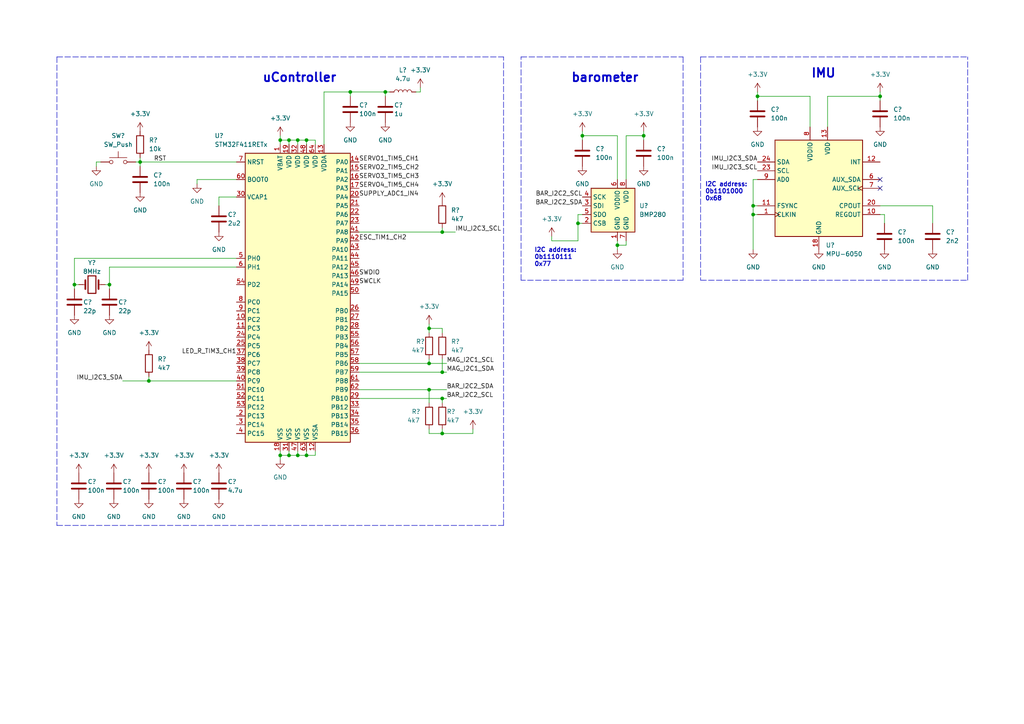
<source format=kicad_sch>
(kicad_sch (version 20211123) (generator eeschema)
  (paper "A4")
  (lib_symbols
    (symbol "Device:C" (pin_numbers hide) (pin_names (offset 0.254))
      (property "Reference" "C" (at 0.635 2.54 0))
      (property "Value" "C" (at 0.635 -2.54 0))
      (symbol "C_0_1"
        (polyline (pts (xy -2.032 -0.762) (xy 2.032 -0.762)) (stroke (width 0.508)))
        (polyline (pts (xy -2.032 0.762) (xy 2.032 0.762)) (stroke (width 0.508)))
      )
      (symbol "C_1_1"
        (pin passive line (at 0 3.81 270) (length 2.794) (name "~") (number "1"))
        (pin passive line (at 0 -3.81 90) (length 2.794) (name "~") (number "2"))
      )
    )
    (symbol "Device:Crystal" (pin_numbers hide) (pin_names (offset 1.016) hide)
      (property "Reference" "Y" (at 0 3.81 0))
      (property "Value" "Crystal" (at 0 -3.81 0))
      (symbol "Crystal_0_1"
        (rectangle (start -1.143 2.54) (end 1.143 -2.54) (stroke (width 0.3048)))
        (polyline (pts (xy -2.54 0) (xy -1.905 0)))
        (polyline (pts (xy -1.905 -1.27) (xy -1.905 1.27)) (stroke (width 0.508)))
        (polyline (pts (xy 1.905 -1.27) (xy 1.905 1.27)) (stroke (width 0.508)))
        (polyline (pts (xy 2.54 0) (xy 1.905 0)))
      )
      (symbol "Crystal_1_1"
        (pin passive line (at -3.81 0 0) (length 1.27) (name "1") (number "1"))
        (pin passive line (at 3.81 0 180) (length 1.27) (name "2") (number "2"))
      )
    )
    (symbol "Device:L" (pin_numbers hide) (pin_names (offset 1.016) hide)
      (property "Reference" "L" (at -1.27 0 90))
      (property "Value" "L" (at 1.905 0 90))
      (symbol "L_0_1"
        (arc (start 0 -2.54) (mid 0.635 -1.905) (end 0 -1.27))
        (arc (start 0 -1.27) (mid 0.635 -0.635) (end 0 0))
        (arc (start 0 0) (mid 0.635 0.635) (end 0 1.27))
        (arc (start 0 1.27) (mid 0.635 1.905) (end 0 2.54))
      )
      (symbol "L_1_1"
        (pin passive line (at 0 3.81 270) (length 1.27) (name "1") (number "1"))
        (pin passive line (at 0 -3.81 90) (length 1.27) (name "2") (number "2"))
      )
    )
    (symbol "Device:R" (pin_numbers hide) (pin_names (offset 0))
      (property "Reference" "R" (at 2.032 0 90))
      (property "Value" "R" (at 0 0 90))
      (symbol "R_0_1"
        (rectangle (start -1.016 -2.54) (end 1.016 2.54) (stroke (width 0.254)))
      )
      (symbol "R_1_1"
        (pin passive line (at 0 3.81 270) (length 1.27) (name "~") (number "1"))
        (pin passive line (at 0 -3.81 90) (length 1.27) (name "~") (number "2"))
      )
    )
    (symbol "MCU_ST_STM32F4:STM32F411RETx"
      (property "Reference" "U" (at -15.24 41.91 0))
      (property "Value" "STM32F411RETx" (at 10.16 41.91 0))
      (symbol "STM32F411RETx_0_1"
        (rectangle (start -15.24 -43.18) (end 15.24 40.64) (stroke (width 0.254)) (fill (type background)))
      )
      (symbol "STM32F411RETx_1_1"
        (pin power_in line (at -5.08 43.18 270) (length 2.54) (name "VBAT") (number "1"))
        (pin bidirectional line (at -17.78 -7.62 0) (length 2.54) (name "PC2") (number "10"))
        (pin bidirectional line (at -17.78 -10.16 0) (length 2.54) (name "PC3") (number "11"))
        (pin power_in line (at 5.08 -45.72 90) (length 2.54) (name "VSSA") (number "12"))
        (pin power_in line (at 7.62 43.18 270) (length 2.54) (name "VDDA") (number "13"))
        (pin bidirectional line (at 17.78 38.1 180) (length 2.54) (name "PA0") (number "14"))
        (pin bidirectional line (at 17.78 35.56 180) (length 2.54) (name "PA1") (number "15"))
        (pin bidirectional line (at 17.78 33.02 180) (length 2.54) (name "PA2") (number "16"))
        (pin bidirectional line (at 17.78 30.48 180) (length 2.54) (name "PA3") (number "17"))
        (pin power_in line (at -5.08 -45.72 90) (length 2.54) (name "VSS") (number "18"))
        (pin power_in line (at -2.54 43.18 270) (length 2.54) (name "VDD") (number "19"))
        (pin bidirectional line (at -17.78 -35.56 0) (length 2.54) (name "PC13") (number "2"))
        (pin bidirectional line (at 17.78 27.94 180) (length 2.54) (name "PA4") (number "20"))
        (pin bidirectional line (at 17.78 25.4 180) (length 2.54) (name "PA5") (number "21"))
        (pin bidirectional line (at 17.78 22.86 180) (length 2.54) (name "PA6") (number "22"))
        (pin bidirectional line (at 17.78 20.32 180) (length 2.54) (name "PA7") (number "23"))
        (pin bidirectional line (at -17.78 -12.7 0) (length 2.54) (name "PC4") (number "24"))
        (pin bidirectional line (at -17.78 -15.24 0) (length 2.54) (name "PC5") (number "25"))
        (pin bidirectional line (at 17.78 -5.08 180) (length 2.54) (name "PB0") (number "26"))
        (pin bidirectional line (at 17.78 -7.62 180) (length 2.54) (name "PB1") (number "27"))
        (pin bidirectional line (at 17.78 -10.16 180) (length 2.54) (name "PB2") (number "28"))
        (pin bidirectional line (at 17.78 -30.48 180) (length 2.54) (name "PB10") (number "29"))
        (pin bidirectional line (at -17.78 -38.1 0) (length 2.54) (name "PC14") (number "3"))
        (pin power_in line (at -17.78 27.94 0) (length 2.54) (name "VCAP1") (number "30"))
        (pin power_in line (at -2.54 -45.72 90) (length 2.54) (name "VSS") (number "31"))
        (pin power_in line (at 0 43.18 270) (length 2.54) (name "VDD") (number "32"))
        (pin bidirectional line (at 17.78 -33.02 180) (length 2.54) (name "PB12") (number "33"))
        (pin bidirectional line (at 17.78 -35.56 180) (length 2.54) (name "PB13") (number "34"))
        (pin bidirectional line (at 17.78 -38.1 180) (length 2.54) (name "PB14") (number "35"))
        (pin bidirectional line (at 17.78 -40.64 180) (length 2.54) (name "PB15") (number "36"))
        (pin bidirectional line (at -17.78 -17.78 0) (length 2.54) (name "PC6") (number "37"))
        (pin bidirectional line (at -17.78 -20.32 0) (length 2.54) (name "PC7") (number "38"))
        (pin bidirectional line (at -17.78 -22.86 0) (length 2.54) (name "PC8") (number "39"))
        (pin bidirectional line (at -17.78 -40.64 0) (length 2.54) (name "PC15") (number "4"))
        (pin bidirectional line (at -17.78 -25.4 0) (length 2.54) (name "PC9") (number "40"))
        (pin bidirectional line (at 17.78 17.78 180) (length 2.54) (name "PA8") (number "41"))
        (pin bidirectional line (at 17.78 15.24 180) (length 2.54) (name "PA9") (number "42"))
        (pin bidirectional line (at 17.78 12.7 180) (length 2.54) (name "PA10") (number "43"))
        (pin bidirectional line (at 17.78 10.16 180) (length 2.54) (name "PA11") (number "44"))
        (pin bidirectional line (at 17.78 7.62 180) (length 2.54) (name "PA12") (number "45"))
        (pin bidirectional line (at 17.78 5.08 180) (length 2.54) (name "PA13") (number "46"))
        (pin power_in line (at 0 -45.72 90) (length 2.54) (name "VSS") (number "47"))
        (pin power_in line (at 2.54 43.18 270) (length 2.54) (name "VDD") (number "48"))
        (pin bidirectional line (at 17.78 2.54 180) (length 2.54) (name "PA14") (number "49"))
        (pin input line (at -17.78 10.16 0) (length 2.54) (name "PH0") (number "5"))
        (pin bidirectional line (at 17.78 0 180) (length 2.54) (name "PA15") (number "50"))
        (pin bidirectional line (at -17.78 -27.94 0) (length 2.54) (name "PC10") (number "51"))
        (pin bidirectional line (at -17.78 -30.48 0) (length 2.54) (name "PC11") (number "52"))
        (pin bidirectional line (at -17.78 -33.02 0) (length 2.54) (name "PC12") (number "53"))
        (pin bidirectional line (at -17.78 2.54 0) (length 2.54) (name "PD2") (number "54"))
        (pin bidirectional line (at 17.78 -12.7 180) (length 2.54) (name "PB3") (number "55"))
        (pin bidirectional line (at 17.78 -15.24 180) (length 2.54) (name "PB4") (number "56"))
        (pin bidirectional line (at 17.78 -17.78 180) (length 2.54) (name "PB5") (number "57"))
        (pin bidirectional line (at 17.78 -20.32 180) (length 2.54) (name "PB6") (number "58"))
        (pin bidirectional line (at 17.78 -22.86 180) (length 2.54) (name "PB7") (number "59"))
        (pin input line (at -17.78 7.62 0) (length 2.54) (name "PH1") (number "6"))
        (pin input line (at -17.78 33.02 0) (length 2.54) (name "BOOT0") (number "60"))
        (pin bidirectional line (at 17.78 -25.4 180) (length 2.54) (name "PB8") (number "61"))
        (pin bidirectional line (at 17.78 -27.94 180) (length 2.54) (name "PB9") (number "62"))
        (pin power_in line (at 2.54 -45.72 90) (length 2.54) (name "VSS") (number "63"))
        (pin power_in line (at 5.08 43.18 270) (length 2.54) (name "VDD") (number "64"))
        (pin input line (at -17.78 38.1 0) (length 2.54) (name "NRST") (number "7"))
        (pin bidirectional line (at -17.78 -2.54 0) (length 2.54) (name "PC0") (number "8"))
        (pin bidirectional line (at -17.78 -5.08 0) (length 2.54) (name "PC1") (number "9"))
      )
    )
    (symbol "Sensor_Motion:MPU-6050"
      (property "Reference" "U" (at -11.43 13.97 0))
      (property "Value" "MPU-6050" (at 7.62 -15.24 0))
      (symbol "MPU-6050_0_0"
        (text "" (at 12.7 -2.54 0) (effects (font (size 1.27 1.27))))
      )
      (symbol "MPU-6050_0_1"
        (rectangle (start -12.7 13.97) (end 12.7 -13.97) (stroke (width 0.254)) (fill (type background)))
      )
      (symbol "MPU-6050_1_1"
        (pin input clock (at -17.78 -7.62 0) (length 5.08) (name "CLKIN") (number "1"))
        (pin passive line (at 17.78 -7.62 180) (length 5.08) (name "REGOUT") (number "10"))
        (pin input line (at -17.78 -5.08 0) (length 5.08) (name "FSYNC") (number "11"))
        (pin output line (at 17.78 7.62 180) (length 5.08) (name "INT") (number "12"))
        (pin power_in line (at 2.54 17.78 270) (length 3.81) (name "VDD") (number "13"))
        (pin no_connect line (at -12.7 -10.16 0) (length 2.54) hide (name "NC") (number "14"))
        (pin no_connect line (at 12.7 12.7 180) (length 2.54) hide (name "NC") (number "15"))
        (pin no_connect line (at 12.7 10.16 180) (length 2.54) hide (name "NC") (number "16"))
        (pin no_connect line (at 12.7 5.08 180) (length 2.54) hide (name "NC") (number "17"))
        (pin power_in line (at 0 -17.78 90) (length 3.81) (name "GND") (number "18"))
        (pin no_connect line (at 12.7 -10.16 180) (length 2.54) hide (name "NC") (number "19"))
        (pin no_connect line (at -12.7 12.7 0) (length 2.54) hide (name "NC") (number "2"))
        (pin passive line (at 17.78 -5.08 180) (length 5.08) (name "CPOUT") (number "20"))
        (pin no_connect line (at 12.7 -2.54 180) (length 2.54) hide (name "NC") (number "21"))
        (pin no_connect line (at 12.7 -12.7 180) (length 2.54) hide (name "NC") (number "22"))
        (pin input line (at -17.78 5.08 0) (length 5.08) (name "SCL") (number "23"))
        (pin bidirectional line (at -17.78 7.62 0) (length 5.08) (name "SDA") (number "24"))
        (pin no_connect line (at -12.7 10.16 0) (length 2.54) hide (name "NC") (number "3"))
        (pin no_connect line (at -12.7 0 0) (length 2.54) hide (name "NC") (number "4"))
        (pin no_connect line (at -12.7 -2.54 0) (length 2.54) hide (name "NC") (number "5"))
        (pin bidirectional line (at 17.78 2.54 180) (length 5.08) (name "AUX_SDA") (number "6"))
        (pin output clock (at 17.78 0 180) (length 5.08) (name "AUX_SCL") (number "7"))
        (pin power_in line (at -2.54 17.78 270) (length 3.81) (name "VDDIO") (number "8"))
        (pin input line (at -17.78 2.54 0) (length 5.08) (name "AD0") (number "9"))
      )
    )
    (symbol "Sensor_Pressure:BMP280"
      (property "Reference" "U" (at -7.62 10.16 0))
      (property "Value" "BMP280" (at 5.08 10.16 0))
      (symbol "BMP280_0_1"
        (rectangle (start -7.62 -5.08) (end 5.08 7.62) (stroke (width 0.254)) (fill (type background)))
      )
      (symbol "BMP280_1_1"
        (pin power_in line (at 0 -7.62 90) (length 2.54) (name "GND") (number "1"))
        (pin input line (at -10.16 -2.54 0) (length 2.54) (name "CSB") (number "2"))
        (pin bidirectional line (at -10.16 2.54 0) (length 2.54) (name "SDI") (number "3"))
        (pin input line (at -10.16 5.08 0) (length 2.54) (name "SCK") (number "4"))
        (pin bidirectional line (at -10.16 0 0) (length 2.54) (name "SDO") (number "5"))
        (pin power_in line (at 0 10.16 270) (length 2.54) (name "VDDIO") (number "6"))
        (pin power_in line (at 2.54 -7.62 90) (length 2.54) (name "GND") (number "7"))
        (pin power_in line (at 2.54 10.16 270) (length 2.54) (name "VDD") (number "8"))
      )
    )
    (symbol "Switch:SW_Push" (pin_numbers hide) (pin_names (offset 1.016) hide)
      (property "Reference" "SW" (at 1.27 2.54 0))
      (property "Value" "SW_Push" (at 0 -1.524 0))
      (symbol "SW_Push_0_1"
        (circle (center -2.032 0) (radius 0.508))
        (polyline (pts (xy 0 1.27) (xy 0 3.048)))
        (polyline (pts (xy 2.54 1.27) (xy -2.54 1.27)))
        (circle (center 2.032 0) (radius 0.508))
        (pin passive line (at -5.08 0 0) (length 2.54) (name "1") (number "1"))
        (pin passive line (at 5.08 0 180) (length 2.54) (name "2") (number "2"))
      )
    )
    (symbol "power:+3.3V" (power) (pin_names (offset 0))
      (property "Value" "+3.3V" (at 0 3.556 0))
      (symbol "+3.3V_0_1"
        (polyline (pts (xy -0.762 1.27) (xy 0 2.54)))
        (polyline (pts (xy 0 0) (xy 0 2.54)))
        (polyline (pts (xy 0 2.54) (xy 0.762 1.27)))
      )
      (symbol "+3.3V_1_1"
        (pin power_in line (at 0 0 90) (length 0) hide (name "+3.3V") (number "1"))
      )
    )
    (symbol "power:GND" (power) (pin_names (offset 0))
      (property "Value" "GND" (at 0 -3.81 0))
      (symbol "GND_0_1"
        (polyline (pts (xy 0 0) (xy 0 -1.27) (xy 1.27 -1.27) (xy 0 -2.54) (xy -1.27 -1.27) (xy 0 -1.27)))
      )
      (symbol "GND_1_1"
        (pin power_in line (at 0 0 270) (length 0) hide (name "GND") (number "1"))
      )
    )
  )
  (junction (at 218.44 62.23))
  (junction (at 168.91 39.37))
  (junction (at 81.28 40.64))
  (junction (at 88.9 40.64))
  (junction (at 219.71 27.94))
  (junction (at 255.27 27.94))
  (junction (at 88.9 132.08))
  (junction (at 167.64 64.77))
  (junction (at 111.76 26.67))
  (junction (at 86.36 132.08))
  (junction (at 43.18 110.49))
  (junction (at 124.46 95.25))
  (junction (at 179.07 71.12))
  (junction (at 83.82 132.08))
  (junction (at 101.6 26.67))
  (junction (at 128.27 125.73))
  (junction (at 31.75 82.55))
  (junction (at 128.27 107.95))
  (junction (at 83.82 40.64))
  (junction (at 124.46 105.41))
  (junction (at 86.36 40.64))
  (junction (at 128.27 67.31))
  (junction (at 40.64 46.99))
  (junction (at 124.46 113.03))
  (junction (at 128.27 115.57))
  (junction (at 21.59 82.55))
  (junction (at 218.44 59.69))
  (junction (at 81.28 132.08))
  (junction (at 186.69 39.37))
  (no_connect (at 255.27 52.07))
  (no_connect (at 255.27 54.61))
  (wire (pts (xy 179.07 39.37) (xy 168.91 39.37)))
  (wire (pts (xy 256.54 64.77) (xy 256.54 62.23)))
  (wire (pts (xy 81.28 130.81) (xy 81.28 132.08)))
  (wire (pts (xy 128.27 67.31) (xy 104.14 67.31)))
  (wire (pts (xy 219.71 27.94) (xy 219.71 29.21)))
  (wire (pts (xy 91.44 40.64) (xy 91.44 41.91)))
  (wire (pts (xy 240.03 27.94) (xy 240.03 36.83)))
  (wire (pts (xy 68.58 52.07) (xy 57.15 52.07)))
  (wire (pts (xy 120.65 26.67) (xy 121.92 26.67)))
  (wire (pts (xy 179.07 71.12) (xy 179.07 72.39)))
  (wire (pts (xy 88.9 40.64) (xy 88.9 41.91)))
  (polyline (pts (xy 146.05 152.4) (xy 146.05 16.51)))
  (wire (pts (xy 81.28 132.08) (xy 83.82 132.08)))
  (wire (pts (xy 168.91 62.23) (xy 167.64 62.23)))
  (wire (pts (xy 43.18 110.49) (xy 68.58 110.49)))
  (wire (pts (xy 255.27 26.67) (xy 255.27 27.94)))
  (wire (pts (xy 124.46 124.46) (xy 124.46 125.73)))
  (polyline (pts (xy 203.2 16.51) (xy 203.2 81.28)))
  (polyline (pts (xy 203.2 16.51) (xy 280.67 16.51)))
  (wire (pts (xy 179.07 69.85) (xy 179.07 71.12)))
  (wire (pts (xy 68.58 74.93) (xy 21.59 74.93)))
  (wire (pts (xy 160.02 69.85) (xy 160.02 68.58)))
  (wire (pts (xy 63.5 57.15) (xy 63.5 59.69)))
  (wire (pts (xy 86.36 132.08) (xy 86.36 130.81)))
  (wire (pts (xy 240.03 27.94) (xy 255.27 27.94)))
  (wire (pts (xy 93.98 26.67) (xy 101.6 26.67)))
  (wire (pts (xy 31.75 82.55) (xy 30.48 82.55)))
  (wire (pts (xy 181.61 52.07) (xy 181.61 39.37)))
  (wire (pts (xy 124.46 113.03) (xy 124.46 116.84)))
  (wire (pts (xy 21.59 74.93) (xy 21.59 82.55)))
  (polyline (pts (xy 203.2 81.28) (xy 280.67 81.28)))
  (wire (pts (xy 181.61 71.12) (xy 181.61 69.85)))
  (wire (pts (xy 43.18 109.22) (xy 43.18 110.49)))
  (wire (pts (xy 93.98 41.91) (xy 93.98 26.67)))
  (wire (pts (xy 81.28 132.08) (xy 81.28 133.35)))
  (wire (pts (xy 81.28 39.37) (xy 81.28 40.64)))
  (wire (pts (xy 68.58 57.15) (xy 63.5 57.15)))
  (wire (pts (xy 91.44 132.08) (xy 91.44 130.81)))
  (wire (pts (xy 179.07 71.12) (xy 181.61 71.12)))
  (wire (pts (xy 167.64 69.85) (xy 160.02 69.85)))
  (wire (pts (xy 218.44 52.07) (xy 219.71 52.07)))
  (wire (pts (xy 68.58 77.47) (xy 31.75 77.47)))
  (wire (pts (xy 137.16 125.73) (xy 137.16 124.46)))
  (wire (pts (xy 218.44 62.23) (xy 218.44 59.69)))
  (wire (pts (xy 186.69 39.37) (xy 186.69 40.64)))
  (wire (pts (xy 83.82 130.81) (xy 83.82 132.08)))
  (wire (pts (xy 81.28 40.64) (xy 83.82 40.64)))
  (wire (pts (xy 168.91 39.37) (xy 168.91 40.64)))
  (polyline (pts (xy 16.51 16.51) (xy 16.51 152.4)))
  (polyline (pts (xy 198.12 81.28) (xy 151.13 81.28)))
  (wire (pts (xy 167.64 64.77) (xy 168.91 64.77)))
  (wire (pts (xy 129.54 113.03) (xy 124.46 113.03)))
  (polyline (pts (xy 280.67 81.28) (xy 280.67 16.51)))
  (wire (pts (xy 128.27 115.57) (xy 104.14 115.57)))
  (wire (pts (xy 86.36 40.64) (xy 86.36 41.91)))
  (wire (pts (xy 128.27 95.25) (xy 128.27 96.52)))
  (wire (pts (xy 101.6 26.67) (xy 101.6 27.94)))
  (wire (pts (xy 81.28 41.91) (xy 81.28 40.64)))
  (wire (pts (xy 83.82 40.64) (xy 86.36 40.64)))
  (wire (pts (xy 124.46 113.03) (xy 104.14 113.03)))
  (wire (pts (xy 124.46 104.14) (xy 124.46 105.41)))
  (wire (pts (xy 270.51 59.69) (xy 270.51 64.77)))
  (wire (pts (xy 129.54 107.95) (xy 128.27 107.95)))
  (wire (pts (xy 83.82 40.64) (xy 83.82 41.91)))
  (wire (pts (xy 27.94 46.99) (xy 27.94 48.26)))
  (wire (pts (xy 57.15 52.07) (xy 57.15 53.34)))
  (wire (pts (xy 40.64 46.99) (xy 40.64 48.26)))
  (wire (pts (xy 111.76 26.67) (xy 113.03 26.67)))
  (wire (pts (xy 255.27 59.69) (xy 270.51 59.69)))
  (wire (pts (xy 132.08 67.31) (xy 128.27 67.31)))
  (polyline (pts (xy 16.51 16.51) (xy 146.05 16.51)))
  (wire (pts (xy 121.92 26.67) (xy 121.92 25.4)))
  (polyline (pts (xy 16.51 152.4) (xy 146.05 152.4)))
  (wire (pts (xy 179.07 52.07) (xy 179.07 39.37)))
  (wire (pts (xy 31.75 82.55) (xy 31.75 83.82)))
  (wire (pts (xy 21.59 82.55) (xy 21.59 83.82)))
  (wire (pts (xy 86.36 132.08) (xy 88.9 132.08)))
  (wire (pts (xy 111.76 26.67) (xy 111.76 27.94)))
  (wire (pts (xy 168.91 38.1) (xy 168.91 39.37)))
  (wire (pts (xy 35.56 110.49) (xy 43.18 110.49)))
  (wire (pts (xy 101.6 26.67) (xy 111.76 26.67)))
  (wire (pts (xy 128.27 125.73) (xy 137.16 125.73)))
  (wire (pts (xy 218.44 62.23) (xy 219.71 62.23)))
  (wire (pts (xy 83.82 132.08) (xy 86.36 132.08)))
  (wire (pts (xy 128.27 66.04) (xy 128.27 67.31)))
  (wire (pts (xy 219.71 26.67) (xy 219.71 27.94)))
  (wire (pts (xy 129.54 115.57) (xy 128.27 115.57)))
  (wire (pts (xy 124.46 93.98) (xy 124.46 95.25)))
  (wire (pts (xy 186.69 38.1) (xy 186.69 39.37)))
  (wire (pts (xy 40.64 46.99) (xy 40.64 45.72)))
  (wire (pts (xy 128.27 125.73) (xy 128.27 124.46)))
  (wire (pts (xy 88.9 40.64) (xy 91.44 40.64)))
  (wire (pts (xy 21.59 82.55) (xy 22.86 82.55)))
  (wire (pts (xy 129.54 105.41) (xy 124.46 105.41)))
  (wire (pts (xy 124.46 125.73) (xy 128.27 125.73)))
  (wire (pts (xy 181.61 39.37) (xy 186.69 39.37)))
  (wire (pts (xy 218.44 59.69) (xy 218.44 52.07)))
  (wire (pts (xy 128.27 107.95) (xy 104.14 107.95)))
  (wire (pts (xy 124.46 105.41) (xy 104.14 105.41)))
  (wire (pts (xy 255.27 27.94) (xy 255.27 29.21)))
  (polyline (pts (xy 151.13 16.51) (xy 198.12 16.51)))
  (polyline (pts (xy 198.12 16.51) (xy 198.12 81.28)))
  (wire (pts (xy 234.95 36.83) (xy 234.95 27.94)))
  (wire (pts (xy 167.64 62.23) (xy 167.64 64.77)))
  (wire (pts (xy 31.75 77.47) (xy 31.75 82.55)))
  (wire (pts (xy 68.58 46.99) (xy 40.64 46.99)))
  (wire (pts (xy 124.46 95.25) (xy 128.27 95.25)))
  (wire (pts (xy 234.95 27.94) (xy 219.71 27.94)))
  (wire (pts (xy 256.54 62.23) (xy 255.27 62.23)))
  (polyline (pts (xy 151.13 81.28) (xy 151.13 16.51)))
  (wire (pts (xy 128.27 115.57) (xy 128.27 116.84)))
  (wire (pts (xy 29.21 46.99) (xy 27.94 46.99)))
  (wire (pts (xy 88.9 132.08) (xy 88.9 130.81)))
  (wire (pts (xy 218.44 72.39) (xy 218.44 62.23)))
  (wire (pts (xy 88.9 132.08) (xy 91.44 132.08)))
  (wire (pts (xy 86.36 40.64) (xy 88.9 40.64)))
  (wire (pts (xy 218.44 59.69) (xy 219.71 59.69)))
  (wire (pts (xy 124.46 95.25) (xy 124.46 96.52)))
  (wire (pts (xy 167.64 64.77) (xy 167.64 69.85)))
  (wire (pts (xy 128.27 104.14) (xy 128.27 107.95)))
  (wire (pts (xy 39.37 46.99) (xy 40.64 46.99)))
  (text "uController" (at 97.79 24.13 180) (effects (font (size 2.54 2.54) (thickness 0.508) bold) (justify right bottom)))
  (text "barometer" (at 185.42 24.13 180) (effects (font (size 2.54 2.54) (thickness 0.508) bold) (justify right bottom)))
  (text "I2C address:\n0b1110111\n0x77" (at 154.94 77.47 0) (effects (font (size 1.27 1.27) (thickness 0.254) bold) (justify left bottom)))
  (text "IMU" (at 242.57 22.86 180) (effects (font (size 2.54 2.54) (thickness 0.508) bold) (justify right bottom)))
  (text "I2C address:\n0b1101000\n0x68" (at 204.47 58.42 0) (effects (font (size 1.27 1.27) (thickness 0.254) bold) (justify left bottom)))
  (label "IMU_I2C3_SDA" (at 35.56 110.49 180))
  (label "BAR_I2C2_SCL" (at 168.91 57.15 180))
  (label "SERVO3_TIM5_CH3" (at 104.14 52.07 0))
  (label "BAR_I2C2_SCL" (at 129.54 115.57 0))
  (label "LED_R_TIM3_CH1" (at 68.58 102.87 180))
  (label "BAR_I2C2_SDA" (at 168.91 59.69 180))
  (label "ESC_TIM1_CH2" (at 104.14 69.85 0))
  (label "SERVO1_TIM5_CH1" (at 104.14 46.99 0))
  (label "MAG_I2C1_SCL" (at 129.54 105.41 0))
  (label "BAR_I2C2_SDA" (at 129.54 113.03 0))
  (label "MAG_I2C1_SDA" (at 129.54 107.95 0))
  (label "IMU_I2C3_SCL" (at 132.08 67.31 0))
  (label "IMU_I2C3_SDA" (at 219.71 46.99 180))
  (label "SWDIO" (at 104.14 80.01 0))
  (label "RST" (at 48.26 46.99 180))
  (label "SWCLK" (at 104.14 82.55 0))
  (label "SUPPLY_ADC1_IN4" (at 104.14 57.15 0))
  (label "IMU_I2C3_SCL" (at 219.71 49.53 180))
  (label "SERVO2_TIM5_CH2" (at 104.14 49.53 0))
  (label "SERVO4_TIM5_CH4" (at 104.14 54.61 0))
  (symbol (lib_id "Device:C") (at 168.91 44.45 0) (unit 1)
    (property "Reference" "C?" (at 172.72 43.18 0) (effects (justify left)))
    (property "Value" "100n" (at 172.72 45.72 0) (effects (justify left)))
  )
  (symbol (lib_id "Device:C") (at 31.75 87.63 0) (unit 1)
    (property "Reference" "C?" (at 34.29 87.63 0) (effects (justify left)))
    (property "Value" "22p" (at 34.29 90.17 0) (effects (justify left)))
  )
  (symbol (lib_id "power:GND") (at 186.69 48.26 0) (unit 1)
    (property "Reference" "#PWR?" (effects hide))
    (property "Value" "GND" (at 186.69 53.34 0))
  )
  (symbol (lib_id "Device:C") (at 256.54 68.58 0) (unit 1)
    (property "Reference" "C?" (at 260.35 67.3099 0) (effects (justify left)))
    (property "Value" "100n" (at 260.35 69.8499 0) (effects (justify left)))
  )
  (symbol (lib_id "power:GND") (at 218.44 72.39 0) (unit 1)
    (property "Reference" "#PWR?" (effects hide))
    (property "Value" "GND" (at 218.44 77.47 0))
  )
  (symbol (lib_id "power:+3.3V") (at 128.27 58.42 0) (unit 1)
    (property "Reference" "#PWR?" (effects hide))
    (property "Value" "+3.3V" (at 128.27 53.34 0))
  )
  (symbol (lib_id "Device:C") (at 111.76 31.75 0) (unit 1)
    (property "Reference" "C?" (at 114.3 30.48 0) (effects (justify left)))
    (property "Value" "1u" (at 114.3 33.02 0) (effects (justify left)))
  )
  (symbol (lib_id "power:GND") (at 40.64 55.88 0) (unit 1)
    (property "Reference" "#PWR?" (effects hide))
    (property "Value" "GND" (at 40.64 60.96 0))
  )
  (symbol (lib_id "power:GND") (at 22.86 144.78 0) (unit 1)
    (property "Reference" "#PWR?" (effects hide))
    (property "Value" "GND" (at 22.86 149.86 0))
  )
  (symbol (lib_id "power:GND") (at 81.28 133.35 0) (unit 1)
    (property "Reference" "#PWR?" (effects hide))
    (property "Value" "GND" (at 81.28 138.43 0))
  )
  (symbol (lib_id "power:GND") (at 237.49 72.39 0) (unit 1)
    (property "Reference" "#PWR?" (effects hide))
    (property "Value" "GND" (at 237.49 77.47 0))
  )
  (symbol (lib_id "power:+3.3V") (at 40.64 38.1 0) (unit 1)
    (property "Reference" "#PWR?" (effects hide))
    (property "Value" "+3.3V" (at 40.64 33.02 0))
  )
  (symbol (lib_id "Device:L") (at 116.84 26.67 90) (unit 1)
    (property "Reference" "L?" (at 116.84 20.32 90))
    (property "Value" "4.7u" (at 116.84 22.86 90))
  )
  (symbol (lib_id "power:GND") (at 168.91 48.26 0) (unit 1)
    (property "Reference" "#PWR?" (effects hide))
    (property "Value" "GND" (at 168.91 53.34 0))
  )
  (symbol (lib_id "Device:C") (at 22.86 140.97 0) (unit 1)
    (property "Reference" "C?" (at 25.4 139.7 0) (effects (justify left)))
    (property "Value" "100n" (at 25.4 142.24 0) (effects (justify left)))
  )
  (symbol (lib_id "power:GND") (at 31.75 91.44 0) (unit 1)
    (property "Reference" "#PWR?" (effects hide))
    (property "Value" "GND" (at 31.75 96.52 0))
  )
  (symbol (lib_id "Device:C") (at 270.51 68.58 0) (unit 1)
    (property "Reference" "C?" (at 274.32 67.3099 0) (effects (justify left)))
    (property "Value" "2n2" (at 274.32 69.8499 0) (effects (justify left)))
  )
  (symbol (lib_id "power:+3.3V") (at 219.71 26.67 0) (unit 1)
    (property "Reference" "#PWR?" (effects hide))
    (property "Value" "+3.3V" (at 219.71 21.59 0))
  )
  (symbol (lib_id "Device:R") (at 124.46 100.33 0) (unit 1)
    (property "Reference" "R?" (at 120.65 99.06 0) (effects (justify left)))
    (property "Value" "4k7" (at 119.38 101.6 0) (effects (justify left)))
  )
  (symbol (lib_id "Device:C") (at 63.5 63.5 0) (unit 1)
    (property "Reference" "C?" (at 66.04 62.23 0) (effects (justify left)))
    (property "Value" "2u2" (at 66.04 64.77 0) (effects (justify left)))
  )
  (symbol (lib_id "power:GND") (at 179.07 72.39 0) (unit 1)
    (property "Reference" "#PWR?" (effects hide))
    (property "Value" "GND" (at 179.07 77.47 0))
  )
  (symbol (lib_id "Device:C") (at 43.18 140.97 0) (unit 1)
    (property "Reference" "C?" (at 45.72 139.7 0) (effects (justify left)))
    (property "Value" "100n" (at 45.72 142.24 0) (effects (justify left)))
  )
  (symbol (lib_id "power:GND") (at 63.5 144.78 0) (unit 1)
    (property "Reference" "#PWR?" (effects hide))
    (property "Value" "GND" (at 63.5 149.86 0))
  )
  (symbol (lib_id "Device:Crystal") (at 26.67 82.55 0) (unit 1)
    (property "Reference" "Y?" (at 26.67 76.2 0))
    (property "Value" "8MHz" (at 26.67 78.74 0))
  )
  (symbol (lib_id "power:GND") (at 63.5 67.31 0) (unit 1)
    (property "Reference" "#PWR?" (effects hide))
    (property "Value" "GND" (at 63.5 72.39 0))
  )
  (symbol (lib_id "MCU_ST_STM32F4:STM32F411RETx") (at 86.36 85.09 0) (unit 1)
    (property "Reference" "U?" (at 62.23 39.37 0) (effects (justify left)))
    (property "Value" "STM32F411RETx" (at 62.23 41.91 0) (effects (justify left)))
    (property "Footprint" "Package_QFP:LQFP-64_10x10mm_P0.5mm" (effects hide))
    (property "Datasheet" "http://www.st.com/st-web-ui/static/active/en/resource/technical/document/datasheet/DM00115249.pdf" (effects hide))
  )
  (symbol (lib_id "power:GND") (at 219.71 36.83 0) (unit 1)
    (property "Reference" "#PWR?" (effects hide))
    (property "Value" "GND" (at 219.71 41.91 0))
  )
  (symbol (lib_id "Device:C") (at 63.5 140.97 0) (unit 1)
    (property "Reference" "C?" (at 66.04 139.7 0) (effects (justify left)))
    (property "Value" "4.7u" (at 66.04 142.24 0) (effects (justify left)))
  )
  (symbol (lib_id "Device:C") (at 53.34 140.97 0) (unit 1)
    (property "Reference" "C?" (at 55.88 139.7 0) (effects (justify left)))
    (property "Value" "100n" (at 55.88 142.24 0) (effects (justify left)))
  )
  (symbol (lib_id "Device:C") (at 33.02 140.97 0) (unit 1)
    (property "Reference" "C?" (at 35.56 139.7 0) (effects (justify left)))
    (property "Value" "100n" (at 35.56 142.24 0) (effects (justify left)))
  )
  (symbol (lib_id "Device:C") (at 255.27 33.02 0) (unit 1)
    (property "Reference" "C?" (at 259.08 31.7499 0) (effects (justify left)))
    (property "Value" "100n" (at 259.08 34.2899 0) (effects (justify left)))
  )
  (symbol (lib_id "Sensor_Pressure:BMP280") (at 179.07 62.23 0) (unit 1)
    (property "Reference" "U?" (at 185.42 59.6899 0) (effects (justify left)))
    (property "Value" "BMP280" (at 185.42 62.2299 0) (effects (justify left)))
    (property "Footprint" "Package_LGA:Bosch_LGA-8_2x2.5mm_P0.65mm_ClockwisePinNumbering" (effects hide))
    (property "Datasheet" "https://ae-bst.resource.bosch.com/media/_tech/media/datasheets/BST-BMP280-DS001.pdf" (effects hide))
  )
  (symbol (lib_id "power:GND") (at 255.27 36.83 0) (unit 1)
    (property "Reference" "#PWR?" (effects hide))
    (property "Value" "GND" (at 255.27 41.91 0))
  )
  (symbol (lib_id "Switch:SW_Push") (at 34.29 46.99 0) (unit 1)
    (property "Reference" "SW?" (at 34.29 39.37 0))
    (property "Value" "SW_Push" (at 34.29 41.91 0))
  )
  (symbol (lib_id "Device:C") (at 186.69 44.45 0) (unit 1)
    (property "Reference" "C?" (at 190.5 43.18 0) (effects (justify left)))
    (property "Value" "100n" (at 190.5 45.72 0) (effects (justify left)))
  )
  (symbol (lib_id "power:+3.3V") (at 53.34 137.16 0) (unit 1)
    (property "Reference" "#PWR?" (effects hide))
    (property "Value" "+3.3V" (at 53.34 132.08 0))
  )
  (symbol (lib_id "power:GND") (at 111.76 35.56 0) (unit 1)
    (property "Reference" "#PWR?" (effects hide))
    (property "Value" "GND" (at 111.76 40.64 0))
  )
  (symbol (lib_id "Device:C") (at 219.71 33.02 0) (unit 1)
    (property "Reference" "C?" (at 223.52 31.75 0) (effects (justify left)))
    (property "Value" "100n" (at 223.52 34.29 0) (effects (justify left)))
  )
  (symbol (lib_id "Sensor_Motion:MPU-6050") (at 237.49 54.61 0) (unit 1)
    (property "Reference" "U?" (at 239.5094 71.12 0) (effects (justify left)))
    (property "Value" "MPU-6050" (at 239.5094 73.66 0) (effects (justify left)))
    (property "Footprint" "Sensor_Motion:InvenSense_QFN-24_4x4mm_P0.5mm" (effects hide))
    (property "Datasheet" "https://store.invensense.com/datasheets/invensense/MPU-6050_DataSheet_V3%204.pdf" (effects hide))
  )
  (symbol (lib_id "Device:R") (at 43.18 105.41 0) (unit 1)
    (property "Reference" "R?" (at 45.72 104.1399 0) (effects (justify left)))
    (property "Value" "4k7" (at 45.72 106.6799 0) (effects (justify left)))
  )
  (symbol (lib_id "Device:R") (at 128.27 120.65 0) (unit 1)
    (property "Reference" "R?" (at 129.54 119.38 0) (effects (justify left)))
    (property "Value" "4k7" (at 129.54 121.92 0) (effects (justify left)))
  )
  (symbol (lib_id "Device:R") (at 128.27 100.33 0) (unit 1)
    (property "Reference" "R?" (at 130.81 99.0599 0) (effects (justify left)))
    (property "Value" "4k7" (at 130.81 101.5999 0) (effects (justify left)))
  )
  (symbol (lib_id "power:GND") (at 256.54 72.39 0) (unit 1)
    (property "Reference" "#PWR?" (effects hide))
    (property "Value" "GND" (at 256.54 77.47 0))
  )
  (symbol (lib_id "power:+3.3V") (at 63.5 137.16 0) (unit 1)
    (property "Reference" "#PWR?" (effects hide))
    (property "Value" "+3.3V" (at 63.5 132.08 0))
  )
  (symbol (lib_id "power:GND") (at 27.94 48.26 0) (unit 1)
    (property "Reference" "#PWR?" (effects hide))
    (property "Value" "GND" (at 27.94 53.34 0))
  )
  (symbol (lib_id "Device:R") (at 128.27 62.23 0) (unit 1)
    (property "Reference" "R?" (at 130.81 60.9599 0) (effects (justify left)))
    (property "Value" "4k7" (at 130.81 63.4999 0) (effects (justify left)))
  )
  (symbol (lib_id "power:GND") (at 21.59 91.44 0) (unit 1)
    (property "Reference" "#PWR?" (effects hide))
    (property "Value" "GND" (at 21.59 96.52 0))
  )
  (symbol (lib_id "Device:R") (at 40.64 41.91 0) (unit 1)
    (property "Reference" "R?" (at 43.18 40.6399 0) (effects (justify left)))
    (property "Value" "10k" (at 43.18 43.1799 0) (effects (justify left)))
  )
  (symbol (lib_id "power:+3.3V") (at 33.02 137.16 0) (unit 1)
    (property "Reference" "#PWR?" (effects hide))
    (property "Value" "+3.3V" (at 33.02 132.08 0))
  )
  (symbol (lib_id "power:GND") (at 101.6 35.56 0) (unit 1)
    (property "Reference" "#PWR?" (effects hide))
    (property "Value" "GND" (at 101.6 40.64 0))
  )
  (symbol (lib_id "power:+3.3V") (at 137.16 124.46 0) (unit 1)
    (property "Reference" "#PWR?" (effects hide))
    (property "Value" "+3.3V" (at 137.16 119.38 0))
  )
  (symbol (lib_id "Device:R") (at 124.46 120.65 0) (unit 1)
    (property "Reference" "R?" (at 119.38 119.38 0) (effects (justify left)))
    (property "Value" "4k7" (at 118.11 121.92 0) (effects (justify left)))
  )
  (symbol (lib_id "power:+3.3V") (at 43.18 137.16 0) (unit 1)
    (property "Reference" "#PWR?" (effects hide))
    (property "Value" "+3.3V" (at 43.18 132.08 0))
  )
  (symbol (lib_id "power:GND") (at 270.51 72.39 0) (unit 1)
    (property "Reference" "#PWR?" (effects hide))
    (property "Value" "GND" (at 270.51 77.47 0))
  )
  (symbol (lib_id "Device:C") (at 40.64 52.07 0) (unit 1)
    (property "Reference" "C?" (at 44.45 50.7999 0) (effects (justify left)))
    (property "Value" "100n" (at 44.45 53.3399 0) (effects (justify left)))
  )
  (symbol (lib_id "power:+3.3V") (at 81.28 39.37 0) (unit 1)
    (property "Reference" "#PWR?" (effects hide))
    (property "Value" "+3.3V" (at 81.28 34.29 0))
  )
  (symbol (lib_id "power:+3.3V") (at 43.18 101.6 0) (unit 1)
    (property "Reference" "#PWR?" (effects hide))
    (property "Value" "+3.3V" (at 43.18 96.52 0))
  )
  (symbol (lib_id "power:+3.3V") (at 121.92 25.4 0) (unit 1)
    (property "Reference" "#PWR?" (effects hide))
    (property "Value" "+3.3V" (at 121.92 20.32 0))
  )
  (symbol (lib_id "power:+3.3V") (at 124.46 93.98 0) (unit 1)
    (property "Reference" "#PWR?" (effects hide))
    (property "Value" "+3.3V" (at 124.46 88.9 0))
  )
  (symbol (lib_id "power:GND") (at 43.18 144.78 0) (unit 1)
    (property "Reference" "#PWR?" (effects hide))
    (property "Value" "GND" (at 43.18 149.86 0))
  )
  (symbol (lib_id "power:GND") (at 57.15 53.34 0) (unit 1)
    (property "Reference" "#PWR?" (effects hide))
    (property "Value" "GND" (at 57.15 58.42 0))
  )
  (symbol (lib_id "power:+3.3V") (at 168.91 38.1 0) (unit 1)
    (property "Reference" "#PWR?" (effects hide))
    (property "Value" "+3.3V" (at 168.91 33.02 0))
  )
  (symbol (lib_id "power:GND") (at 53.34 144.78 0) (unit 1)
    (property "Reference" "#PWR?" (effects hide))
    (property "Value" "GND" (at 53.34 149.86 0))
  )
  (symbol (lib_id "Device:C") (at 21.59 87.63 0) (unit 1)
    (property "Reference" "C?" (at 24.13 87.63 0) (effects (justify left)))
    (property "Value" "22p" (at 24.13 90.17 0) (effects (justify left)))
  )
  (symbol (lib_id "power:+3.3V") (at 186.69 38.1 0) (unit 1)
    (property "Reference" "#PWR?" (effects hide))
    (property "Value" "+3.3V" (at 186.69 33.02 0))
  )
  (symbol (lib_id "power:+3.3V") (at 160.02 68.58 0) (unit 1)
    (property "Reference" "#PWR?" (effects hide))
    (property "Value" "+3.3V" (at 160.02 63.5 0))
  )
  (symbol (lib_id "power:GND") (at 33.02 144.78 0) (unit 1)
    (property "Reference" "#PWR?" (effects hide))
    (property "Value" "GND" (at 33.02 149.86 0))
  )
  (symbol (lib_id "Device:C") (at 101.6 31.75 0) (unit 1)
    (property "Reference" "C?" (at 104.14 30.48 0) (effects (justify left)))
    (property "Value" "100n" (at 104.14 33.02 0) (effects (justify left)))
  )
  (symbol (lib_id "power:+3.3V") (at 255.27 26.67 0) (unit 1)
    (property "Reference" "#PWR?" (effects hide))
    (property "Value" "+3.3V" (at 255.27 21.59 0))
  )
  (symbol (lib_id "power:+3.3V") (at 22.86 137.16 0) (unit 1)
    (property "Reference" "#PWR?" (effects hide))
    (property "Value" "+3.3V" (at 22.86 132.08 0))
  )
)
</source>
